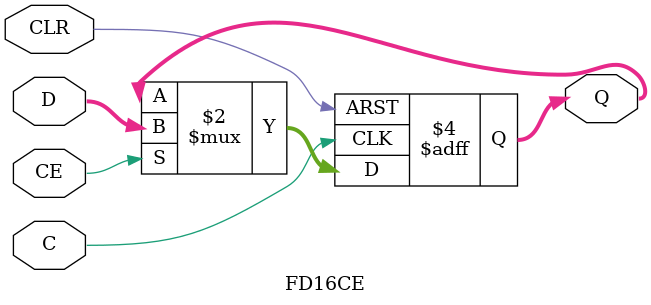
<source format=v>

`timescale 100 ps / 10 ps

module FD16CE(Q, C, CE, CLR, D);

   
   output [15:0]      Q;

   input 	      C;	
   input 	      CE;	
   input 	      CLR;	
   input  [15:0]      D;
   
   reg    [15:0]      Q;
   
   always @(posedge C or posedge CLR)
     begin
	if (CLR)
	  Q <= 16'b0000_0000_0000_0000;
	else if (CE)
          Q <= D;
     end
   
   
endmodule

</source>
